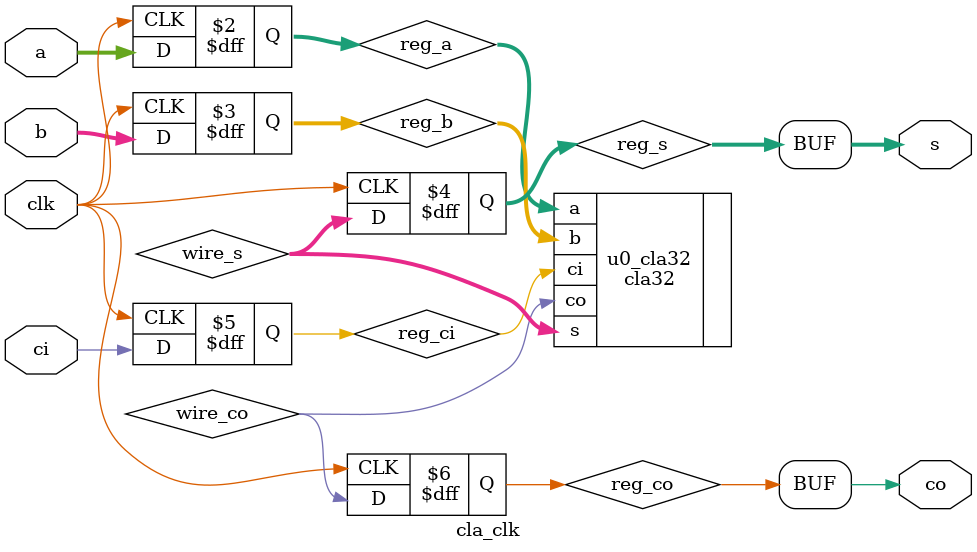
<source format=v>
module cla_clk(clk, a, b, ci, co, s);
	input clk;
	input [31:0] a, b;
	input ci;
	output co;
	output [31:0] s;
	
	reg [31:0] reg_a, reg_b, reg_s;
	reg reg_ci, reg_co;
	
	wire [31:0] wire_s;
	wire wire_co;
	
	always@ (posedge clk)
	begin
		reg_a <= a;
		reg_b <= b;
		reg_ci <= ci;
		reg_co <= wire_co;
		reg_s <= wire_s;		
	end
	
	cla32 u0_cla32(.a(reg_a), .b(reg_b), .ci(reg_ci), .co(wire_co), .s(wire_s));
	
	assign co = reg_co; 
	assign s = reg_s; 
	
endmodule

</source>
